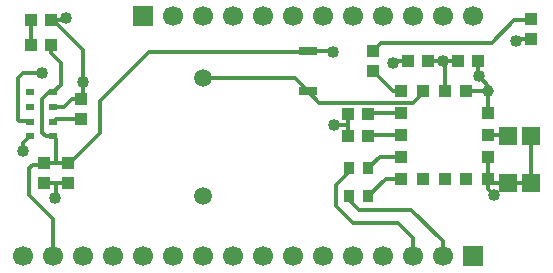
<source format=gbr>
G04 DipTrace 3.1.0.1*
G04 Top.gbr*
%MOIN*%
G04 #@! TF.FileFunction,Copper,L1,Top*
G04 #@! TF.Part,Single*
G04 #@! TA.AperFunction,Conductor*
%ADD13C,0.012992*%
%ADD15R,0.043307X0.03937*%
%ADD16R,0.03937X0.043307*%
G04 #@! TA.AperFunction,BGAPad,Cudef*
%ADD17C,0.03937*%
%ADD18R,0.03937X0.03937*%
G04 #@! TA.AperFunction,ComponentPad*
%ADD19R,0.066929X0.066929*%
%ADD20C,0.066929*%
%ADD21R,0.037402X0.03937*%
%ADD22R,0.06063X0.06063*%
%ADD24R,0.031496X0.019685*%
G04 #@! TA.AperFunction,ComponentPad*
%ADD25C,0.059055*%
%ADD27R,0.062992X0.031496*%
G04 #@! TA.AperFunction,ViaPad*
%ADD28C,0.04*%
%FSLAX26Y26*%
G04*
G70*
G90*
G75*
G01*
G04 Top*
%LPD*%
X2004725Y775197D2*
D13*
Y702362D1*
Y920866D2*
Y993701D1*
X1931890D2*
X2004725D1*
X1537795Y918701D2*
Y882679D1*
Y843701D1*
X2004725Y702362D2*
Y668701D1*
X2023475Y649950D1*
X2072097Y690158D2*
X2016929D1*
X2004725Y702362D1*
X2148475Y690158D2*
X2072097D1*
X2148475Y843701D2*
Y690158D1*
X2148474Y1168701D2*
X2104725D1*
X2098475Y1162452D1*
X1971654Y1093701D2*
Y1045523D1*
X1973475Y1043701D1*
X2004725Y993701D2*
Y1012452D1*
X1973475Y1043701D1*
X1737795Y1093701D2*
X1692223D1*
X1685974Y1087452D1*
X1537795Y882679D2*
X1493702D1*
X1492225Y881201D1*
X523475Y689272D2*
X564874D1*
X604725D1*
X554725Y942126D2*
X590650D1*
X617225Y968701D1*
X648474D1*
X548474Y1231201D2*
X554725D1*
X654725Y1131201D1*
Y1024950D1*
Y974952D1*
X648474Y968701D1*
X564874Y689272D2*
Y641352D1*
X560974Y637452D1*
X654725Y1024950D2*
D3*
X548474Y1231201D2*
X592225D1*
X598475Y1237452D1*
X1713386Y993701D2*
X1687795D1*
X1621260Y1060236D1*
X454725Y793701D2*
Y822441D1*
X475984Y843701D1*
X517225Y1056201D2*
X454725D1*
X436160Y1037637D1*
Y899765D1*
X442225Y893701D1*
X475197D1*
X475984Y892914D1*
X1621260Y1127166D2*
Y1128987D1*
X1648474Y1156201D1*
X2017225D1*
X2092225Y1231201D1*
X2144045D1*
X2148474Y1235630D1*
X1713386Y920866D2*
X1606890D1*
X1604725Y918701D1*
X1713386Y848032D2*
X1609055D1*
X1604725Y843701D1*
X1713386Y775197D2*
X1642470D1*
X1604725Y737452D1*
X1713386Y702362D2*
X1663386D1*
X1604725Y643701D1*
X1786221Y993701D2*
Y987697D1*
X1754725Y956201D1*
X1442225D1*
X1404725Y993701D1*
X1054725Y1037402D2*
X1361024D1*
X1404725Y993701D1*
X2004725Y848032D2*
X2067767D1*
X2072097Y843701D1*
X648474Y901772D2*
X563583D1*
X554725Y892914D1*
X479725Y1149950D2*
Y1229381D1*
X481545Y1231201D1*
X1541732Y737452D2*
Y724460D1*
X1498475Y681201D1*
Y612452D1*
X1554725Y556201D1*
X1704725D1*
X1754725Y506201D1*
Y443701D1*
X1541732Y643701D2*
Y631693D1*
X1573475Y599950D1*
X1748475D1*
X1854725Y493701D1*
Y443701D1*
X1804725Y1093701D2*
X1854725D1*
X1859055D1*
X1904725D1*
X1859055Y993701D2*
Y1093701D1*
X1854725D2*
D3*
X546654Y1149950D2*
Y1120523D1*
X579725Y1087452D1*
Y1016339D1*
X554725Y991339D1*
X539862D1*
X517225Y968701D1*
Y856201D1*
X529725Y843701D1*
X554725D1*
X523475Y756201D2*
X543483D1*
X562748D1*
X604725D1*
X562748D2*
Y835677D1*
X554725Y843701D1*
X604725Y756201D2*
X610974D1*
X710974Y856201D1*
Y962449D1*
X873475Y1124950D1*
X1402116D1*
X1404725Y1127559D1*
X1483366D1*
X1485974Y1124952D1*
X554725Y443701D2*
Y568701D1*
X473474Y649950D1*
Y737450D1*
X485974Y749950D1*
X537232D1*
X543483Y756201D1*
D28*
X2023475Y649950D3*
X2098475Y1162452D3*
X1973475Y1043701D3*
X1492225Y881201D3*
X1854725Y1093701D3*
X1485974Y1124952D3*
X1685974Y1087452D3*
X454725Y793701D3*
X517225Y1056201D3*
X560974Y637452D3*
X654725Y1024950D3*
X598475Y1237452D3*
D15*
X1971654Y1093701D3*
X1904725D3*
X1737795D3*
X1804725D3*
D16*
X523475Y756201D3*
Y689272D3*
X604725Y756201D3*
Y689272D3*
X648474Y968701D3*
Y901772D3*
D17*
X2004725Y993701D3*
D18*
Y920866D3*
Y848032D3*
Y775197D3*
Y702362D3*
X1931890D3*
X1859055D3*
X1786221D3*
X1713386D3*
Y775197D3*
Y848032D3*
Y920866D3*
Y993701D3*
X1786221D3*
X1859055D3*
X1931890D3*
D19*
X1954725Y443701D3*
D20*
X1854725D3*
X1754725D3*
X1654725D3*
X1554725D3*
X1454725D3*
X1354725D3*
X1254725D3*
X1154725D3*
X1054725D3*
X954725D3*
X854725D3*
X754725D3*
X654725D3*
X554725D3*
X454725D3*
D19*
X854725Y1243701D3*
D20*
X954725D3*
X1054725D3*
X1154725D3*
X1254725D3*
X1354725D3*
X1454725D3*
X1554725D3*
X1654725D3*
X1754725D3*
X1854725D3*
X1954725D3*
D21*
X1604725Y737452D3*
X1541732D3*
X1604725Y643701D3*
X1541732D3*
D16*
X1621260Y1060236D3*
Y1127166D3*
D15*
X546654Y1149950D3*
X479725D3*
X1604725Y918701D3*
X1537795D3*
X1604725Y843701D3*
X1537795D3*
D16*
X2148474Y1168701D3*
Y1235630D3*
D15*
X548474Y1231201D3*
X481545D3*
D22*
X2148475Y843701D3*
Y690158D3*
X2072097Y843701D3*
Y690158D3*
D24*
X554725Y843701D3*
Y892914D3*
Y942126D3*
Y991339D3*
X475984D3*
Y942126D3*
Y892914D3*
Y843701D3*
D25*
X1054725Y643701D3*
Y1037402D3*
D27*
X1404725Y993701D3*
Y1127559D3*
M02*

</source>
